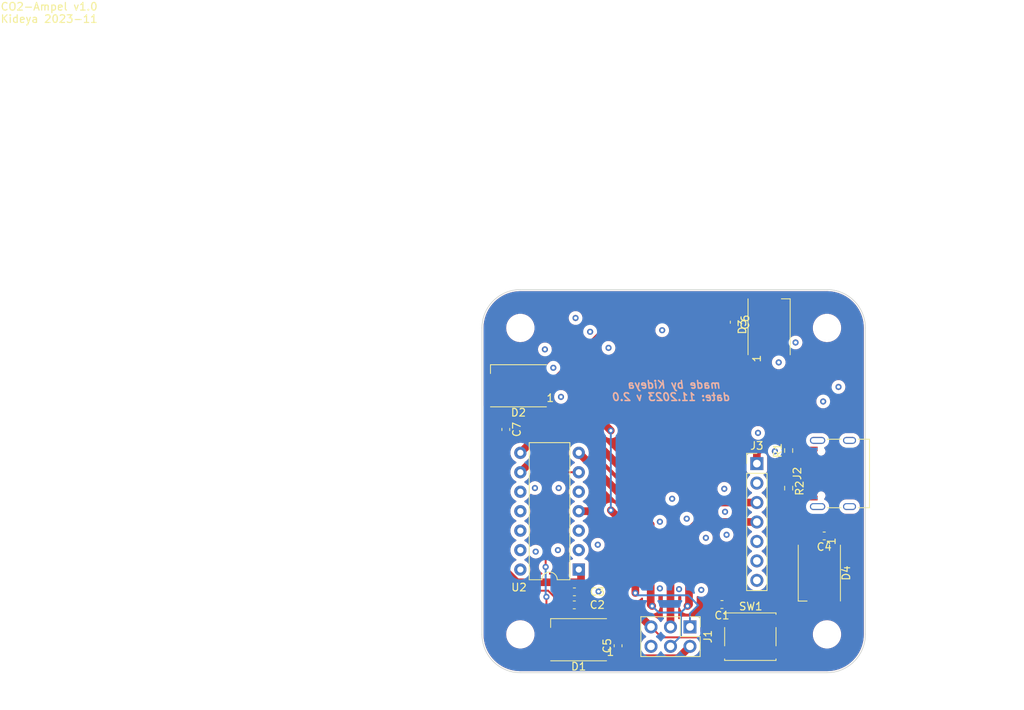
<source format=kicad_pcb>
(kicad_pcb (version 20221018) (generator pcbnew)
  (layers (0 "F.Cu" signal) (31 "B.Cu" signal) (34 "B.Paste" user) (35 "F.Paste" user) (36 "B.SilkS" user "B.Silkscreen") (37 "F.SilkS" user "F.Silkscreen") (38 "B.Mask" user) (39 "F.Mask" user) (44 "Edge.Cuts" user))
  (net 0 "")
  (net 1 "/RESET")
  (net 2 "GND")
  (net 3 "VCC")
  (net 4 "Net-(D1-DOUT)")
  (net 5 "/LED-Data")
  (net 6 "Net-(D2-DOUT)")
  (net 7 "Net-(D3-DOUT)")
  (net 9 "/MISO")
  (net 10 "/SCK")
  (net 11 "/MOSI")
  (net 12 "Net-(J2-CC1)")
  (net 16 "Net-(J2-CC2)")
  (footprint "Resistor_SMD:R_0603_1608Metric_Pad0.98x0.95mm_HandSolder" (layer "F.Cu") (at 209.88 106.6625 -90)
    (fp_text reference "R2" (at 0 -1.43 90) (layer "F.SilkS"))
    (fp_text value "5k1")
    (fp_line (start -0.254724 -0.5225) (end 0.254724 -0.5225) (stroke (width 0.12)) (layer "F.SilkS"))
    (fp_line (start -0.254724 0.5225) (end 0.254724 0.5225) (stroke (width 0.12)) (layer "F.SilkS"))
    (pad "1" smd roundrect (at -0.9125 0 270) (size 0.975 0.95) (layers "F.Cu" "F.Paste" "F.Mask") (net 12 "Net-(J2-CC1)"))
    (pad "2" smd roundrect (at 0.9125 0 270) (size 0.975 0.95) (layers "F.Cu" "F.Paste" "F.Mask") (net 2 "GND"))
  )
  (footprint "Capacitor_SMD:C_0603_1608Metric_Pad1.08x0.95mm_HandSolder" (layer "F.Cu") (at 201.18 121.85 180)
    (fp_text reference "C1" (at 0 -1.43) (layer "F.SilkS"))
    (fp_text value "100nF")
    (fp_line (start -0.146267 -0.51) (end 0.146267 -0.51) (stroke (width 0.12)) (layer "F.SilkS"))
    (fp_line (start -0.146267 0.51) (end 0.146267 0.51) (stroke (width 0.12)) (layer "F.SilkS"))
    (pad "1" smd roundrect (at -0.8625 0 180) (size 1.075 0.95) (layers "F.Cu" "F.Paste" "F.Mask") (net 1 "/RESET"))
    (pad "2" smd roundrect (at 0.8625 0 180) (size 1.075 0.95) (layers "F.Cu" "F.Paste" "F.Mask") (net 2 "GND"))
  )
  (footprint "MountingHole:MountingHole_3.2mm_M3_ISO14580" (layer "F.Cu") (at 174.88 125.75)
    (fp_text reference "H4" hide)
    (fp_text value "MountingHole")
    (pad "" np_thru_hole circle (at 0 0) (size 3.2 3.2) (drill 3.2) (layers "*.Cu" "*.Mask"))
  )
  (footprint "Capacitor_SMD:C_0603_1608Metric_Pad1.08x0.95mm_HandSolder" (layer "F.Cu") (at 181.9175 121.9 180)
    (fp_text reference "C2" (at -3 0) (layer "F.SilkS"))
    (fp_text value "100nF")
    (fp_line (start -0.146267 -0.51) (end 0.146267 -0.51) (stroke (width 0.12)) (layer "F.SilkS"))
    (fp_line (start -0.146267 0.51) (end 0.146267 0.51) (stroke (width 0.12)) (layer "F.SilkS"))
    (pad "1" smd roundrect (at -0.8625 0 180) (size 1.075 0.95) (layers "F.Cu" "F.Paste" "F.Mask") (net 3 "VCC"))
    (pad "2" smd roundrect (at 0.8625 0 180) (size 1.075 0.95) (layers "F.Cu" "F.Paste" "F.Mask") (net 2 "GND"))
  )
  (footprint "MountingHole:MountingHole_3.2mm_M3_ISO14580" (layer "F.Cu") (at 214.88 85.75)
    (fp_text reference "H2" hide)
    (fp_text value "MountingHole")
    (pad "" np_thru_hole circle (at 0 0) (size 3.2 3.2) (drill 3.2) (layers "*.Cu" "*.Mask"))
  )
  (footprint "LED_SMD:LED_WS2812B_PLCC4_5.0x5.0mm_P3.2mm" (layer "F.Cu") (at 174.63 93.3 180)
    (fp_text reference "D2" (at 0 -3.5) (layer "F.SilkS"))
    (fp_text value "WS2812B")
    (fp_text user "1" (at -4.15 -1.6) (layer "F.SilkS"))
    (fp_line (start -3.65 -2.75) (end 3.65 -2.75) (stroke (width 0.12)) (layer "F.SilkS"))
    (fp_line (start -3.65 2.75) (end 3.65 2.75) (stroke (width 0.12)) (layer "F.SilkS"))
    (fp_line (start 3.65 2.75) (end 3.65 1.6) (stroke (width 0.12)) (layer "F.SilkS"))
    (pad "1" smd rect (at -2.45 -1.65 180) (size 1.5 0.9) (layers "F.Cu" "F.Paste" "F.Mask") (net 3 "VCC"))
    (pad "2" smd rect (at -2.45 1.65 180) (size 1.5 0.9) (layers "F.Cu" "F.Paste" "F.Mask") (net 6 "Net-(D2-DOUT)"))
    (pad "3" smd rect (at 2.45 1.65 180) (size 1.5 0.9) (layers "F.Cu" "F.Paste" "F.Mask") (net 2 "GND"))
    (pad "4" smd rect (at 2.45 -1.65 180) (size 1.5 0.9) (layers "F.Cu" "F.Paste" "F.Mask") (net 4 "Net-(D1-DOUT)"))
  )
  (footprint "Capacitor_SMD:C_0603_1608Metric_Pad1.08x0.95mm_HandSolder" (layer "F.Cu") (at 181.93 120.2 180)
    (fp_text reference "C3" (at -3 0) (layer "F.SilkS"))
    (fp_text value "10uF")
    (fp_line (start -0.146267 -0.51) (end 0.146267 -0.51) (stroke (width 0.12)) (layer "F.SilkS"))
    (fp_line (start -0.146267 0.51) (end 0.146267 0.51) (stroke (width 0.12)) (layer "F.SilkS"))
    (pad "1" smd roundrect (at -0.8625 0 180) (size 1.075 0.95) (layers "F.Cu" "F.Paste" "F.Mask") (net 3 "VCC"))
    (pad "2" smd roundrect (at 0.8625 0 180) (size 1.075 0.95) (layers "F.Cu" "F.Paste" "F.Mask") (net 2 "GND"))
  )
  (footprint "Connector_PinHeader_2.54mm:PinHeader_2x03_P2.54mm_Vertical" (layer "F.Cu") (at 197.005 124.775 -90)
    (fp_text reference "J1" (at 1.27 -2.33 90) (layer "F.SilkS"))
    (fp_text value "ISP Adapter 6pin")
    (fp_line (start -1.33 -1.33) (end 0 -1.33) (stroke (width 0.12)) (layer "F.SilkS"))
    (fp_line (start -1.33 0) (end -1.33 -1.33) (stroke (width 0.12)) (layer "F.SilkS"))
    (fp_line (start -1.33 1.27) (end -1.33 6.41) (stroke (width 0.12)) (layer "F.SilkS"))
    (fp_line (start -1.33 1.27) (end 1.27 1.27) (stroke (width 0.12)) (layer "F.SilkS"))
    (fp_line (start -1.33 6.41) (end 3.87 6.41) (stroke (width 0.12)) (layer "F.SilkS"))
    (fp_line (start 1.27 -1.33) (end 3.87 -1.33) (stroke (width 0.12)) (layer "F.SilkS"))
    (fp_line (start 1.27 1.27) (end 1.27 -1.33) (stroke (width 0.12)) (layer "F.SilkS"))
    (fp_line (start 3.87 -1.33) (end 3.87 6.41) (stroke (width 0.12)) (layer "F.SilkS"))
    (pad "1" thru_hole rect (at 0 0 270) (size 1.7 1.7) (drill 1) (layers "*.Cu" "*.Mask") (net 9 "/MISO"))
    (pad "2" thru_hole oval (at 2.54 0 270) (size 1.7 1.7) (drill 1) (layers "*.Cu" "*.Mask") (net 3 "VCC"))
    (pad "3" thru_hole oval (at 0 2.54 270) (size 1.7 1.7) (drill 1) (layers "*.Cu" "*.Mask") (net 10 "/SCK"))
    (pad "4" thru_hole oval (at 2.54 2.54 270) (size 1.7 1.7) (drill 1) (layers "*.Cu" "*.Mask") (net 11 "/MOSI"))
    (pad "5" thru_hole oval (at 0 5.08 270) (size 1.7 1.7) (drill 1) (layers "*.Cu" "*.Mask") (net 1 "/RESET"))
    (pad "6" thru_hole oval (at 2.54 5.08 270) (size 1.7 1.7) (drill 1) (layers "*.Cu" "*.Mask") (net 2 "GND"))
  )
  (footprint "Connector_PinHeader_2.54mm:PinHeader_1x07_P2.54mm_Vertical" (layer "F.Cu") (at 205.73 103.46)
    (fp_text reference "J3" (at 0 -2.33) (layer "F.SilkS"))
    (fp_text value "Pin Header 7pin")
    (fp_line (start -1.33 -1.33) (end 0 -1.33) (stroke (width 0.12)) (layer "F.SilkS"))
    (fp_line (start -1.33 0) (end -1.33 -1.33) (stroke (width 0.12)) (layer "F.SilkS"))
    (fp_line (start -1.33 1.27) (end -1.33 16.57) (stroke (width 0.12)) (layer "F.SilkS"))
    (fp_line (start -1.33 1.27) (end 1.33 1.27) (stroke (width 0.12)) (layer "F.SilkS"))
    (fp_line (start -1.33 16.57) (end 1.33 16.57) (stroke (width 0.12)) (layer "F.SilkS"))
    (fp_line (start 1.33 1.27) (end 1.33 16.57) (stroke (width 0.12)) (layer "F.SilkS"))
    (pad "1" thru_hole rect (at 0 0) (size 1.7 1.7) (drill 1) (layers "*.Cu" "*.Mask") (net 3 "VCC"))
    (pad "2" thru_hole oval (at 0 2.54) (size 1.7 1.7) (drill 1) (layers "*.Cu" "*.Mask") (net 2 "GND"))
    (pad "3" thru_hole oval (at 0 5.08) (size 1.7 1.7) (drill 1) (layers "*.Cu" "*.Mask") (net 10 "/SCK"))
    (pad "4" thru_hole oval (at 0 7.62) (size 1.7 1.7) (drill 1) (layers "*.Cu" "*.Mask") (net 11 "/MOSI"))
    (pad "5" thru_hole oval (at 0 10.16) (size 1.7 1.7) (drill 1) (layers "*.Cu" "*.Mask"))
    (pad "6" thru_hole oval (at 0 12.7) (size 1.7 1.7) (drill 1) (layers "*.Cu" "*.Mask"))
    (pad "7" thru_hole oval (at 0 15.24) (size 1.7 1.7) (drill 1) (layers "*.Cu" "*.Mask"))
  )
  (footprint "Capacitor_SMD:C_0603_1608Metric_Pad1.08x0.95mm_HandSolder" (layer "F.Cu") (at 202.78 85 -90)
    (fp_text reference "C6" (at 0 -1.43 90) (layer "F.SilkS"))
    (fp_text value "100nF")
    (fp_line (start -0.146267 -0.51) (end 0.146267 -0.51) (stroke (width 0.12)) (layer "F.SilkS"))
    (fp_line (start -0.146267 0.51) (end 0.146267 0.51) (stroke (width 0.12)) (layer "F.SilkS"))
    (pad "1" smd roundrect (at -0.8625 0 270) (size 1.075 0.95) (layers "F.Cu" "F.Paste" "F.Mask") (net 3 "VCC"))
    (pad "2" smd roundrect (at 0.8625 0 270) (size 1.075 0.95) (layers "F.Cu" "F.Paste" "F.Mask") (net 2 "GND"))
  )
  (footprint "Package_DIP:DIP-14_W7.62mm" (layer "F.Cu") (at 182.5 117.29 180)
    (fp_text reference "U2" (at 7.8 -2.33) (layer "F.SilkS"))
    (fp_text value "ATtiny84A-P")
    (fp_line (start 1.16 -1.33) (end 1.16 16.57) (stroke (width 0.12)) (layer "F.SilkS"))
    (fp_line (start 1.16 16.57) (end 6.46 16.57) (stroke (width 0.12)) (layer "F.SilkS"))
    (fp_line (start 2.81 -1.33) (end 1.16 -1.33) (stroke (width 0.12)) (layer "F.SilkS"))
    (fp_line (start 6.46 -1.33) (end 4.81 -1.33) (stroke (width 0.12)) (layer "F.SilkS"))
    (fp_line (start 6.46 16.57) (end 6.46 -1.33) (stroke (width 0.12)) (layer "F.SilkS"))
    (fp_arc (start 4.81 -1.33) (mid 3.81 -0.33) (end 2.81 -1.33) (stroke (width 0.12)) (layer "F.SilkS"))
    (pad "1" thru_hole rect (at 0 0 180) (size 1.6 1.6) (drill 0.8) (layers "*.Cu" "*.Mask") (net 3 "VCC"))
    (pad "2" thru_hole oval (at 0 2.54 180) (size 1.6 1.6) (drill 0.8) (layers "*.Cu" "*.Mask"))
    (pad "3" thru_hole oval (at 0 5.08 180) (size 1.6 1.6) (drill 0.8) (layers "*.Cu" "*.Mask"))
    (pad "4" thru_hole oval (at 0 7.62 180) (size 1.6 1.6) (drill 0.8) (layers "*.Cu" "*.Mask") (net 1 "/RESET"))
    (pad "5" thru_hole oval (at 0 10.16 180) (size 1.6 1.6) (drill 0.8) (layers "*.Cu" "*.Mask"))
    (pad "6" thru_hole oval (at 0 12.7 180) (size 1.6 1.6) (drill 0.8) (layers "*.Cu" "*.Mask") (net 5 "/LED-Data"))
    (pad "7" thru_hole oval (at 0 15.24 180) (size 1.6 1.6) (drill 0.8) (layers "*.Cu" "*.Mask") (net 11 "/MOSI"))
    (pad "8" thru_hole oval (at 7.62 15.24 180) (size 1.6 1.6) (drill 0.8) (layers "*.Cu" "*.Mask") (net 9 "/MISO"))
    (pad "9" thru_hole oval (at 7.62 12.7 180) (size 1.6 1.6) (drill 0.8) (layers "*.Cu" "*.Mask") (net 10 "/SCK"))
    (pad "10" thru_hole oval (at 7.62 10.16 180) (size 1.6 1.6) (drill 0.8) (layers "*.Cu" "*.Mask"))
    (pad "11" thru_hole oval (at 7.62 7.62 180) (size 1.6 1.6) (drill 0.8) (layers "*.Cu" "*.Mask"))
    (pad "12" thru_hole oval (at 7.62 5.08 180) (size 1.6 1.6) (drill 0.8) (layers "*.Cu" "*.Mask"))
    (pad "13" thru_hole oval (at 7.62 2.54 180) (size 1.6 1.6) (drill 0.8) (layers "*.Cu" "*.Mask"))
    (pad "14" thru_hole oval (at 7.62 0 180) (size 1.6 1.6) (drill 0.8) (layers "*.Cu" "*.Mask") (net 2 "GND"))
  )
  (footprint "Capacitor_SMD:C_0603_1608Metric_Pad1.08x0.95mm_HandSolder" (layer "F.Cu") (at 214.5175 112.9 180)
    (fp_text reference "C4" (at 0 -1.43) (layer "F.SilkS"))
    (fp_text value "100nF")
    (fp_line (start -0.146267 -0.51) (end 0.146267 -0.51) (stroke (width 0.12)) (layer "F.SilkS"))
    (fp_line (start -0.146267 0.51) (end 0.146267 0.51) (stroke (width 0.12)) (layer "F.SilkS"))
    (pad "1" smd roundrect (at -0.8625 0 180) (size 1.075 0.95) (layers "F.Cu" "F.Paste" "F.Mask") (net 3 "VCC"))
    (pad "2" smd roundrect (at 0.8625 0 180) (size 1.075 0.95) (layers "F.Cu" "F.Paste" "F.Mask") (net 2 "GND"))
  )
  (footprint "Resistor_SMD:R_0603_1608Metric_Pad0.98x0.95mm_HandSolder" (layer "F.Cu") (at 209.88 101.75 90)
    (fp_text reference "R1" (at 0 -1.43 90) (layer "F.SilkS"))
    (fp_text value "5k1")
    (fp_line (start -0.254724 -0.5225) (end 0.254724 -0.5225) (stroke (width 0.12)) (layer "F.SilkS"))
    (fp_line (start -0.254724 0.5225) (end 0.254724 0.5225) (stroke (width 0.12)) (layer "F.SilkS"))
    (pad "1" smd roundrect (at -0.9125 0 90) (size 0.975 0.95) (layers "F.Cu" "F.Paste" "F.Mask") (net 16 "Net-(J2-CC2)"))
    (pad "2" smd roundrect (at 0.9125 0 90) (size 0.975 0.95) (layers "F.Cu" "F.Paste" "F.Mask") (net 2 "GND"))
  )
  (footprint "Capacitor_SMD:C_0603_1608Metric_Pad1.08x0.95mm_HandSolder" (layer "F.Cu") (at 187.63 127.2375 90)
    (fp_text reference "C5" (at 0 -1.43 90) (layer "F.SilkS"))
    (fp_text value "100nF")
    (fp_line (start -0.146267 -0.51) (end 0.146267 -0.51) (stroke (width 0.12)) (layer "F.SilkS"))
    (fp_line (start -0.146267 0.51) (end 0.146267 0.51) (stroke (width 0.12)) (layer "F.SilkS"))
    (pad "1" smd roundrect (at -0.8625 0 90) (size 1.075 0.95) (layers "F.Cu" "F.Paste" "F.Mask") (net 3 "VCC"))
    (pad "2" smd roundrect (at 0.8625 0 90) (size 1.075 0.95) (layers "F.Cu" "F.Paste" "F.Mask") (net 2 "GND"))
  )
  (footprint "Connector_USB:USB_C_Receptacle_Palconn_UTC16-G" (layer "F.Cu") (at 215.58 104.75 90)
    (fp_text reference "J2" (at 0 -4.58 90) (layer "F.SilkS"))
    (fp_text value "USB_C_Receptacle_USB2.0")
    (fp_line (start -4.47 -0.67) (end -4.47 1.13) (stroke (width 0.12)) (layer "F.SilkS"))
    (fp_line (start -4.47 4.84) (end -4.47 3.38) (stroke (width 0.12)) (layer "F.SilkS"))
    (fp_line (start 4.47 -0.67) (end 4.47 1.13) (stroke (width 0.12)) (layer "F.SilkS"))
    (fp_line (start 4.47 4.84) (end -4.47 4.84) (stroke (width 0.12)) (layer "F.SilkS"))
    (fp_line (start 4.47 4.84) (end 4.47 3.38) (stroke (width 0.12)) (layer "F.SilkS"))
    (pad "" np_thru_hole circle (at -2.89 -1.45 270) (size 0.6 0.6) (drill 0.6) (layers "*.Cu" "*.Mask"))
    (pad "" np_thru_hole circle (at 2.89 -1.45 270) (size 0.6 0.6) (drill 0.6) (layers "*.Cu" "*.Mask"))
    (pad "A1" smd rect (at -3.2 -2.51 90) (size 0.6 1.16) (layers "F.Cu" "F.Paste" "F.Mask") (net 2 "GND"))
    (pad "A4" smd rect (at -2.4 -2.51 90) (size 0.6 1.16) (layers "F.Cu" "F.Paste" "F.Mask") (net 3 "VCC"))
    (pad "A5" smd rect (at -1.25 -2.51 270) (size 0.3 1.16) (layers "F.Cu" "F.Paste" "F.Mask") (net 12 "Net-(J2-CC1)"))
    (pad "A6" smd rect (at -0.25 -2.51 270) (size 0.3 1.16) (layers "F.Cu" "F.Paste" "F.Mask"))
    (pad "A7" smd rect (at 0.25 -2.51 270) (size 0.3 1.16) (layers "F.Cu" "F.Paste" "F.Mask"))
    (pad "A8" smd rect (at 1.25 -2.51 270) (size 0.3 1.16) (layers "F.Cu" "F.Paste" "F.Mask"))
    (pad "A9" smd rect (at 2.4 -2.51 90) (size 0.6 1.16) (layers "F.Cu" "F.Paste" "F.Mask") (net 3 "VCC"))
    (pad "A12" smd rect (at 3.2 -2.51 90) (size 0.6 1.16) (layers "F.Cu" "F.Paste" "F.Mask") (net 2 "GND"))
    (pad "B1" smd rect (at 3.2 -2.51 90) (size 0.6 1.16) (layers "F.Cu" "F.Paste" "F.Mask") (net 2 "GND"))
    (pad "B4" smd rect (at 2.4 -2.51 90) (size 0.6 1.16) (layers "F.Cu" "F.Paste" "F.Mask") (net 3 "VCC"))
    (pad "B5" smd rect (at 1.75 -2.51 270) (size 0.3 1.16) (layers "F.Cu" "F.Paste" "F.Mask") (net 16 "Net-(J2-CC2)"))
    (pad "B6" smd rect (at 0.75 -2.51 270) (size 0.3 1.16) (layers "F.Cu" "F.Paste" "F.Mask"))
    (pad "B7" smd rect (at -0.75 -2.51 270) (size 0.3 1.16) (layers "F.Cu" "F.Paste" "F.Mask"))
    (pad "B8" smd rect (at -1.75 -2.51 270) (size 0.3 1.16) (layers "F.Cu" "F.Paste" "F.Mask"))
    (pad "B9" smd rect (at -2.4 -2.51 90) (size 0.6 1.16) (layers "F.Cu" "F.Paste" "F.Mask") (net 3 "VCC"))
    (pad "B12" smd rect (at -3.2 -2.51 90) (size 0.6 1.16) (layers "F.Cu" "F.Paste" "F.Mask") (net 2 "GND"))
    (pad "S1" thru_hole oval (at -4.32 -1.93 180) (size 2 0.9) (drill oval 1.7 0.6) (layers "*.Cu" "*.Mask") (net 2 "GND"))
    (pad "S1" thru_hole oval (at -4.32 2.24 180) (size 1.7 0.9) (drill oval 1.4 0.6) (layers "*.Cu" "*.Mask") (net 2 "GND"))
    (pad "S1" thru_hole oval (at 4.32 -1.93 180) (size 2 0.9) (drill oval 1.7 0.6) (layers "*.Cu" "*.Mask") (net 2 "GND"))
    (pad "S1" thru_hole oval (at 4.32 2.24 180) (size 1.7 0.9) (drill oval 1.4 0.6) (layers "*.Cu" "*.Mask") (net 2 "GND"))
  )
  (footprint "Capacitor_SMD:C_0603_1608Metric_Pad1.08x0.95mm_HandSolder" (layer "F.Cu") (at 172.98 99 -90)
    (fp_text reference "C7" (at 0 -1.43 90) (layer "F.SilkS"))
    (fp_text value "100nF")
    (fp_line (start -0.146267 -0.51) (end 0.146267 -0.51) (stroke (width 0.12)) (layer "F.SilkS"))
    (fp_line (start -0.146267 0.51) (end 0.146267 0.51) (stroke (width 0.12)) (layer "F.SilkS"))
    (pad "1" smd roundrect (at -0.8625 0 270) (size 1.075 0.95) (layers "F.Cu" "F.Paste" "F.Mask") (net 3 "VCC"))
    (pad "2" smd roundrect (at 0.8625 0 270) (size 1.075 0.95) (layers "F.Cu" "F.Paste" "F.Mask") (net 2 "GND"))
  )
  (footprint "LED_SMD:LED_WS2812B_PLCC4_5.0x5.0mm_P3.2mm" (layer "F.Cu") (at 207.33 85.6 90)
    (fp_text reference "D3" (at 0 -3.5 90) (layer "F.SilkS"))
    (fp_text value "WS2812B")
    (fp_text user "1" (at -4.15 -1.6 90) (layer "F.SilkS"))
    (fp_line (start -3.65 -2.75) (end 3.65 -2.75) (stroke (width 0.12)) (layer "F.SilkS"))
    (fp_line (start -3.65 2.75) (end 3.65 2.75) (stroke (width 0.12)) (layer "F.SilkS"))
    (fp_line (start 3.65 2.75) (end 3.65 1.6) (stroke (width 0.12)) (layer "F.SilkS"))
    (pad "1" smd rect (at -2.45 -1.65 90) (size 1.5 0.9) (layers "F.Cu" "F.Paste" "F.Mask") (net 3 "VCC"))
    (pad "2" smd rect (at -2.45 1.65 90) (size 1.5 0.9) (layers "F.Cu" "F.Paste" "F.Mask") (net 7 "Net-(D3-DOUT)"))
    (pad "3" smd rect (at 2.45 1.65 90) (size 1.5 0.9) (layers "F.Cu" "F.Paste" "F.Mask") (net 2 "GND"))
    (pad "4" smd rect (at 2.45 -1.65 90) (size 1.5 0.9) (layers "F.Cu" "F.Paste" "F.Mask") (net 6 "Net-(D2-DOUT)"))
  )
  (footprint "Button_Switch_SMD:SW_SPST_EVQQ2" (layer "F.Cu") (at 204.88 126.05)
    (fp_text reference "SW1" (at 0.05 -3.95) (layer "F.SilkS"))
    (fp_text value "SW_Push")
    (fp_line (start -3.35 -3.1) (end -3.35 -2.9) (stroke (width 0.12)) (layer "F.SilkS"))
    (fp_line (start -3.35 -1.2) (end -3.35 1.2) (stroke (width 0.12)) (layer "F.SilkS"))
    (fp_line (start -3.35 3.1) (end -3.35 2.9) (stroke (width 0.12)) (layer "F.SilkS"))
    (fp_line (start -3.35 3.1) (end 3.35 3.1) (stroke (width 0.12)) (layer "F.SilkS"))
    (fp_line (start 3.35 -3.1) (end -3.35 -3.1) (stroke (width 0.12)) (layer "F.SilkS"))
    (fp_line (start 3.35 -3.1) (end 3.35 -2.9) (stroke (width 0.12)) (layer "F.SilkS"))
    (fp_line (start 3.35 -1.2) (end 3.35 1.2) (stroke (width 0.12)) (layer "F.SilkS"))
    (fp_line (start 3.35 3.1) (end 3.35 2.9) (stroke (width 0.12)) (layer "F.SilkS"))
    (pad "1" smd rect (at -3.4 -2) (size 3.2 1) (layers "F.Cu" "F.Paste" "F.Mask") (net 1 "/RESET"))
    (pad "1" smd rect (at 3.4 -2) (size 3.2 1) (layers "F.Cu" "F.Paste" "F.Mask") (net 1 "/RESET"))
    (pad "2" smd rect (at -3.4 2) (size 3.2 1) (layers "F.Cu" "F.Paste" "F.Mask") (net 2 "GND"))
    (pad "2" smd rect (at 3.4 2) (size 3.2 1) (layers "F.Cu" "F.Paste" "F.Mask") (net 2 "GND"))
  )
  (footprint "MountingHole:MountingHole_3.2mm_M3_ISO14580" (layer "F.Cu") (at 174.88 85.75)
    (fp_text reference "H3" hide)
    (fp_text value "MountingHole")
    (pad "" np_thru_hole circle (at 0 0) (size 3.2 3.2) (drill 3.2) (layers "F&B.Cu" "*.Mask"))
  )
  (footprint "LED_SMD:LED_WS2812B_PLCC4_5.0x5.0mm_P3.2mm" (layer "F.Cu") (at 182.48 126.45 180)
    (fp_text reference "D1" (at 0 -3.5) (layer "F.SilkS"))
    (fp_text value "WS2812B")
    (fp_text user "1" (at -4.15 -1.6) (layer "F.SilkS"))
    (fp_line (start -3.65 -2.75) (end 3.65 -2.75) (stroke (width 0.12)) (layer "F.SilkS"))
    (fp_line (start -3.65 2.75) (end 3.65 2.75) (stroke (width 0.12)) (layer "F.SilkS"))
    (fp_line (start 3.65 2.75) (end 3.65 1.6) (stroke (width 0.12)) (layer "F.SilkS"))
    (pad "1" smd rect (at -2.45 -1.65 180) (size 1.5 0.9) (layers "F.Cu" "F.Paste" "F.Mask") (net 3 "VCC"))
    (pad "2" smd rect (at -2.45 1.65 180) (size 1.5 0.9) (layers "F.Cu" "F.Paste" "F.Mask") (net 4 "Net-(D1-DOUT)"))
    (pad "3" smd rect (at 2.45 1.65 180) (size 1.5 0.9) (layers "F.Cu" "F.Paste" "F.Mask") (net 2 "GND"))
    (pad "4" smd rect (at 2.45 -1.65 180) (size 1.5 0.9) (layers "F.Cu" "F.Paste" "F.Mask") (net 5 "/LED-Data"))
  )
  (footprint "MountingHole:MountingHole_3.2mm_M3_ISO14580" (layer "F.Cu") (at 214.88 125.75)
    (fp_text reference "H1" hide)
    (fp_text value "MountingHole" hide)
    (pad "" np_thru_hole circle (at 0 0) (size 3.2 3.2) (drill 3.2) (layers "*.Cu" "*.Mask"))
  )
  (footprint "LED_SMD:LED_WS2812B_PLCC4_5.0x5.0mm_P3.2mm" (layer "F.Cu") (at 213.88 117.75 -90)
    (fp_text reference "D4" (at 0 -3.5 90) (layer "F.SilkS"))
    (fp_text value "WS2812B")
    (fp_text user "1" (at -4.15 -1.6 90) (layer "F.SilkS"))
    (fp_line (start -3.65 -2.75) (end 3.65 -2.75) (stroke (width 0.12)) (layer "F.SilkS"))
    (fp_line (start -3.65 2.75) (end 3.65 2.75) (stroke (width 0.12)) (layer "F.SilkS"))
    (fp_line (start 3.65 2.75) (end 3.65 1.6) (stroke (width 0.12)) (layer "F.SilkS"))
    (pad "1" smd rect (at -2.45 -1.65 270) (size 1.5 0.9) (layers "F.Cu" "F.Paste" "F.Mask") (net 3 "VCC"))
    (pad "2" smd rect (at -2.45 1.65 270) (size 1.5 0.9) (layers "F.Cu" "F.Paste" "F.Mask"))
    (pad "3" smd rect (at 2.45 1.65 270) (size 1.5 0.9) (layers "F.Cu" "F.Paste" "F.Mask") (net 2 "GND"))
    (pad "4" smd rect (at 2.45 -1.65 270) (size 1.5 0.9) (layers "F.Cu" "F.Paste" "F.Mask") (net 7 "Net-(D3-DOUT)"))
  )
  (gr_arc (start 219.88 125.75) (mid 218.415534 129.285534) (end 214.88 130.75) (stroke (width 0.1)) (layer "Edge.Cuts"))
  (gr_line (start 219.88 125.75) (end 219.88 85.75) (stroke (width 0.1)) (layer "Edge.Cuts"))
  (gr_arc (start 214.88 80.75) (mid 218.415534 82.214466) (end 219.88 85.75) (stroke (width 0.1)) (layer "Edge.Cuts"))
  (gr_arc (start 174.88 130.75) (mid 171.344466 129.285534) (end 169.88 125.75) (stroke (width 0.1)) (layer "Edge.Cuts"))
  (gr_line (start 169.88 85.75) (end 169.88 125.75) (stroke (width 0.1)) (layer "Edge.Cuts"))
  (gr_arc (start 169.88 85.75) (mid 171.344466 82.214466) (end 174.88 80.75) (stroke (width 0.1)) (layer "Edge.Cuts"))
  (gr_line (start 174.88 130.75) (end 214.88 130.75) (stroke (width 0.1)) (layer "Edge.Cuts"))
  (gr_line (start 214.88 80.75) (end 174.88 80.75) (stroke (width 0.1)) (layer "Edge.Cuts"))
  (gr_text "made by Kideya \ndate: 11.2023 v 2.0\n" (at 194.58 95.35) (layer "B.SilkS") (effects (font (size 1 1) (thickness 0.2) bold italic) (justify bottom mirror)))
  (gr_text "CO2-Ampel v1.0\nKideya 2023-11" (at 107 46) (layer "F.SilkS") (effects (font (size 1 1)) (justify left bottom)))
  (via (at 195.58 119.85) (size 0.8) (drill 0.4) (layers "F.Cu" "B.Cu") (net 0))
  (via (at 193.08 111.05) (size 0.8) (drill 0.4) (layers "F.Cu" "B.Cu") (net 0))
  (via (at 183.98 86.25) (size 0.8) (drill 0.4) (layers "F.Cu" "B.Cu") (net 0))
  (via (at 179.78 114.75) (size 0.8) (drill 0.4) (layers "F.Cu" "B.Cu") (net 0))
  (via (at 179.88 106.65) (size 0.8) (drill 0.4) (layers "F.Cu" "B.Cu") (net 0))
  (via (at 176.78 106.65) (size 0.8) (drill 0.4) (layers "F.Cu" "B.Cu") (net 0))
  (via (at 193.08 119.75) (size 0.8) (drill 0.4) (layers "F.Cu" "B.Cu") (net 0))
  (via (at 176.88 114.95) (size 0.8) (drill 0.4) (layers "F.Cu" "B.Cu") (net 0))
  (via (at 196.58 110.65) (size 0.8) (drill 0.4) (layers "F.Cu" "B.Cu") (net 0))
  (via (at 184.98 114.05) (size 0.8) (drill 0.4) (layers "F.Cu" "B.Cu") (net 0))
  (via (at 179.18 90.95) (size 0.8) (drill 0.4) (layers "F.Cu" "B.Cu") (net 0))
  (via (at 185.08 120.15) (size 0.8) (drill 0.4) (layers "F.Cu" "B.Cu") (net 0))
  (via (at 201.58 109.75) (size 0.8) (drill 0.4) (layers "F.Cu" "B.Cu") (net 0))
  (segment (start 187.68 120.55) (end 191.905 124.775) (width 1) (layer "F.Cu") (net 1))
  (segment (start 199.39 126.14) (end 201.48 124.05) (width 0.25) (layer "F.Cu") (net 1))
  (segment (start 187.68 113.55) (end 187.68 120.55) (width 1) (layer "F.Cu") (net 1))
  (segment (start 202.08 121.8875) (end 202.0425 121.85) (width 0.25) (layer "F.Cu") (net 1))
  (segment (start 182.5 109.67) (end 183.8 109.67) (width 1) (layer "F.Cu") (net 1))
  (segment (start 193.29 126.14) (end 199.39 126.14) (width 0.25) (layer "F.Cu") (net 1))
  (segment (start 191.905 124.775) (end 191.925 124.775) (width 1) (layer "F.Cu") (net 1))
  (segment (start 183.8 109.67) (end 187.68 113.55) (width 1) (layer "F.Cu") (net 1))
  (segment (start 202.08 123.45) (end 202.08 121.8875) (width 0.25) (layer "F.Cu") (net 1))
  (segment (start 201.48 124.05) (end 202.08 123.45) (width 0.25) (layer "F.Cu") (net 1))
  (segment (start 201.48 124.05) (end 208.28 124.05) (width 0.25) (layer "F.Cu") (net 1))
  (segment (start 191.925 124.775) (end 193.29 126.14) (width 0.25) (layer "F.Cu") (net 1))
  (segment (start 211.38 110.15) (end 211.38 107.95) (width 1) (layer "F.Cu") (net 3))
  (segment (start 171.805 98.725) (end 172.3925 98.1375) (width 1) (layer "F.Cu") (net 3))
  (segment (start 211.38 101.49) (end 212.24 102.35) (width 0.25) (layer "F.Cu") (net 3))
  (segment (start 212.28 111.05) (end 211.38 110.15) (width 1) (layer "F.Cu") (net 3))
  (segment (start 197.005 127.315) (end 195.455 128.865) (width 1) (layer "F.Cu") (net 3))
  (segment (start 189.48 128.865) (end 188.395 128.865) (width 1) (layer "F.Cu") (net 3))
  (segment (start 202.78 84.1375) (end 202.924906 84.1375) (width 1) (layer "F.Cu") (net 3))
  (segment (start 187.63 128.1) (end 184.93 128.1) (width 1) (layer "F.Cu") (net 3))
  (segment (start 211.38 99.85) (end 210.78 99.25) (width 1) (layer "F.Cu") (net 3))
  (segment (start 211.73 107.15) (end 211.38 107.5) (width 0.25) (layer "F.Cu") (net 3))
  (segment (start 212.24 102.35) (end 213.07 102.35) (width 0.25) (layer "F.Cu") (net 3))
  (segment (start 195.455 128.865) (end 189.48 128.865) (width 1) (layer "F.Cu") (net 3))
  (segment (start 189.48 128.865) (end 189.48 126.355094) (width 1) (layer "F.Cu") (net 3))
  (segment (start 182.7925 118.95) (end 174.418679 118.95) (width 1) (layer "F.Cu") (net 3))
  (segment (start 210.78 99.25) (end 208.48 99.25) (width 1) (layer "F.Cu") (net 3))
  (segment (start 182.78 120.2125) (end 182.7925 120.2) (width 1) (layer "F.Cu") (net 3))
  (segment (start 215.58 115.25) (end 215.58 112.05) (width 1) (layer "F.Cu") (net 3))
  (segment (start 187.8925 84.1375) (end 202.78 84.1375) (width 1) (layer "F.Cu") (net 3))
  (segment (start 208.48 99.25) (end 205.73 102) (width 1) (layer "F.Cu") (net 3))
  (segment (start 188.395 128.865) (end 187.63 128.1) (width 1) (layer "F.Cu") (net 3))
  (segment (start 189.48 126.355094) (end 185.024906 121.9) (width 1) (layer "F.Cu") (net 3))
  (segment (start 211.38 100.517594) (end 211.38 99.85) (width 1) (layer "F.Cu") (net 3))
  (segment (start 202.924906 84.1375) (end 205.68 86.892594) (width 1) (layer "F.Cu") (net 3))
  (segment (start 214.58 111.05) (end 212.28 111.05) (width 1) (layer "F.Cu") (net 3))
  (segment (start 172.3925 98.1375) (end 172.98 98.1375) (width 1) (layer "F.Cu") (net 3))
  (segment (start 205.68 86.892594) (end 205.68 88.05) (width 1) (layer "F.Cu") (net 3))
  (segment (start 213.07 107.15) (end 211.73 107.15) (width 0.25) (layer "F.Cu") (net 3))
  (segment (start 172.98 98.1375) (end 173.8925 98.1375) (width 1) (layer "F.Cu") (net 3))
  (segment (start 205.73 102) (end 205.73 103.46) (width 1) (layer "F.Cu") (net 3))
  (segment (start 182.7925 120.2) (end 182.7925 118.95) (width 1) (layer "F.Cu") (net 3))
  (segment (start 174.418679 118.95) (end 171.805 116.336321) (width 1) (layer "F.Cu") (net 3))
  (segment (start 182.7925 117.5825) (end 182.5 117.29) (width 1) (layer "F.Cu") (net 3))
  (segment (start 182.78 121.9) (end 182.78 120.2125) (width 1) (layer "F.Cu") (net 3))
  (segment (start 211.38 100.517594) (end 211.38 101.49) (width 0.25) (layer "F.Cu") (net 3))
  (segment (start 173.8925 98.1375) (end 187.8925 84.1375) (width 1) (layer "F.Cu") (net 3))
  (segment (start 215.58 112.05) (end 214.58 111.05) (width 1) (layer "F.Cu") (net 3))
  (segment (start 182.7925 118.95) (end 182.7925 117.5825) (width 1) (layer "F.Cu") (net 3))
  (segment (start 171.805 116.336321) (end 171.805 98.725) (width 1) (layer "F.Cu") (net 3))
  (segment (start 185.024906 121.9) (end 182.78 121.9) (width 1) (layer "F.Cu") (net 3))
  (segment (start 179.279503 120.824198) (end 178.504805 120.0495) (width 0.25) (layer "F.Cu") (net 4))
  (segment (start 170.7055 116.9755) (end 170.7055 96.4245) (width 0.25) (layer "F.Cu") (net 4))
  (segment (start 184.93 124.8) (end 182.03 124.8) (width 0.25) (layer "F.Cu") (net 4))
  (segment (start 179.279503 122.049503) (end 179.279503 120.824198) (width 0.25) (layer "F.Cu") (net 4))
  (segment (start 182.03 124.8) (end 179.279503 122.049503) (width 0.25) (layer "F.Cu") (net 4))
  (segment (start 170.7055 96.4245) (end 172.18 94.95) (width 0.25) (layer "F.Cu") (net 4))
  (segment (start 178.504805 120.0495) (end 173.7795 120.0495) (width 0.25) (layer "F.Cu") (net 4))
  (segment (start 173.7795 120.0495) (end 170.7055 116.9755) (width 0.25) (layer "F.Cu") (net 4))
  (segment (start 179.84 104.59) (end 182.5 104.59) (width 0.25) (layer "F.Cu") (net 5))
  (segment (start 178.18 106.25) (end 179.84 104.59) (width 0.25) (layer "F.Cu") (net 5))
  (segment (start 178.28 120.85) (end 178.28 126.35) (width 0.25) (layer "F.Cu") (net 5))
  (segment (start 178.18 116.95) (end 178.18 106.25) (width 0.25) (layer "F.Cu") (net 5))
  (segment (start 178.28 126.35) (end 180.03 128.1) (width 0.25) (layer "F.Cu") (net 5))
  (via (at 178.28 120.85) (size 0.8) (drill 0.4) (layers "F.Cu" "B.Cu") (net 5))
  (via (at 178.18 116.95) (size 0.8) (drill 0.4) (layers "F.Cu" "B.Cu") (net 5))
  (segment (start 178.18 116.95) (end 178.18 120.75) (width 0.25) (layer "B.Cu") (net 5))
  (segment (start 178.18 120.75) (end 178.28 120.85) (width 0.25) (layer "B.Cu") (net 5))
  (segment (start 185.98 82.75) (end 205.28 82.75) (width 0.25) (layer "F.Cu") (net 6))
  (segment (start 177.08 91.65) (end 185.98 82.75) (width 0.25) (layer "F.Cu") (net 6))
  (segment (start 205.28 82.75) (end 205.68 83.15) (width 0.25) (layer "F.Cu") (net 6))
  (segment (start 215.78 94.85) (end 215.78 110.15) (width 0.25) (layer "F.Cu") (net 7))
  (segment (start 208.98 88.05) (end 215.78 94.85) (width 0.25) (layer "F.Cu") (net 7))
  (segment (start 216.78 111.15) (end 216.78 118.95) (width 0.25) (layer "F.Cu") (net 7))
  (segment (start 215.78 110.15) (end 216.78 111.15) (width 0.25) (layer "F.Cu") (net 7))
  (segment (start 216.78 118.95) (end 215.53 120.2) (width 0.25) (layer "F.Cu") (net 7))
  (segment (start 189.88 112.75) (end 186.68 109.55) (width 1) (layer "F.Cu") (net 9))
  (segment (start 186.68 99.15) (end 185.68 98.15) (width 1) (layer "F.Cu") (net 9))
  (segment (start 189.88 120.35) (end 189.88 112.75) (width 1) (layer "F.Cu") (net 9))
  (segment (start 185.68 98.15) (end 178.78 98.15) (width 1) (layer "F.Cu") (net 9))
  (segment (start 178.78 98.15) (end 174.88 102.05) (width 1) (layer "F.Cu") (net 9))
  (via (at 186.68 109.55) (size 0.8) (drill 0.4) (layers "F.Cu" "B.Cu") (net 9))
  (via (at 216.38 93.45) (size 0.8) (drill 0.4) (layers "F.Cu" "B.Cu") (net 9))
  (via (at 194.68 108.05) (size 0.8) (drill 0.4) (layers "F.Cu" "B.Cu") (net 9))
  (via (at 214.38 95.35) (size 0.8) (drill 0.4) (layers "F.Cu" "B.Cu") (net 9))
  (via (at 210.78 87.65) (size 0.8) (drill 0.4) (layers "F.Cu" "B.Cu") (net 9))
  (via (at 193.38 86.05) (size 0.8) (drill 0.4) (layers "F.Cu" "B.Cu") (net 9))
  (via (at 201.48 106.75) (size 0.8) (drill 0.4) (layers "F.Cu" "B.Cu") (net 9))
  (via (at 208.08 101.85) (size 0.8) (drill 0.4) (layers "F.Cu" "B.Cu") (net 9))
  (via (at 199.08 113.15) (size 0.8) (drill 0.4) (layers "F.Cu" "B.Cu") (net 9))
  (via (at 205.88 99.45) (size 0.8) (drill 0.4) (layers "F.Cu" "B.Cu") (net 9))
  (via (at 198.48 119.95) (size 0.8) (drill 0.4) (layers "F.Cu" "B.Cu") (net 9))
  (via (at 180.18 94.75) (size 0.8) (drill 0.4) (layers "F.Cu" "B.Cu") (net 9))
  (via (at 186.38 88.35) (size 0.8) (drill 0.4) (layers "F.Cu" "B.Cu") (net 9))
  (via (at 201.78 112.75) (size 0.8) (drill 0.4) (layers "F.Cu" "B.Cu") (net 9))
  (via (at 186.68 99.15) (size 0.8) (drill 0.4) (layers "F.Cu" "B.Cu") (net 9))
  (via (at 208.58 90.25) (size 0.8) (drill 0.4) (layers "F.Cu" "B.Cu") (net 9))
  (via (at 189.88 120.35) (size 0.8) (drill 0.4) (layers "F.Cu" "B.Cu") (net 9))
  (via (at 182.08 84.45) (size 0.8) (drill 0.4) (layers "F.Cu" "B.Cu") (net 9))
  (via (at 178.08 88.55) (size 0.8) (drill 0.4) (layers "F.Cu" "B.Cu") (net 9))
  (segment (start 190.18 120.65) (end 196.78 120.65) (width 0.25) (layer "B.Cu") (net 9))
  (segment (start 189.88 120.35) (end 190.18 120.65) (width 0.25) (layer "B.Cu") (net 9))
  (segment (start 186.68 109.55) (end 186.68 99.15) (width 0.25) (layer "B.Cu") (net 9))
  (segment (start 197.005 123.025) (end 197.005 124.775) (width 0.25) (layer "B.Cu") (net 9))
  (segment (start 196.78 120.65) (end 198.08 121.95) (width 0.25) (layer "B.Cu") (net 9))
  (segment (start 198.08 121.95) (end 197.005 123.025) (width 0.25) (layer "B.Cu") (net 9))
  (segment (start 194.465 110.465) (end 196.39 108.54) (width 1) (layer "F.Cu") (net 10))
  (segment (start 194.465 124.775) (end 194.465 110.465) (width 1) (layer "F.Cu") (net 10))
  (segment (start 183.95 99.95) (end 179.52 99.95) (width 1) (layer "F.Cu") (net 10))
  (segment (start 179.52 99.95) (end 174.88 104.59) (width 1) (layer "F.Cu") (net 10))
  (segment (start 194.465 110.465) (end 183.95 99.95) (width 1) (layer "F.Cu") (net 10))
  (segment (start 196.39 108.54) (end 205.73 108.54) (width 1) (layer "F.Cu") (net 10))
  (segment (start 196.88 121.85) (end 196.88 112.25) (width 1) (layer "F.Cu") (net 11))
  (segment (start 191.88 121.85) (end 191.88 111.43) (width 1) (layer "F.Cu") (net 11))
  (segment (start 198.05 111.08) (end 205.73 111.08) (width 1) (layer "F.Cu") (net 11))
  (segment (start 196.68 122.05) (end 196.88 121.85) (width 1) (layer "F.Cu") (net 11))
  (segment (start 196.88 112.25) (end 198.05 111.08) (width 1) (layer "F.Cu") (net 11))
  (segment (start 192.08 122.05) (end 191.88 121.85) (width 1) (layer "F.Cu") (net 11))
  (segment (start 191.88 111.43) (end 182.5 102.05) (width 1) (layer "F.Cu") (net 11))
  (via (at 196.68 122.05) (size 0.8) (drill 0.4) (layers "F.Cu" "B.Cu") (net 11))
  (via (at 192.08 122.05) (size 0.8) (drill 0.4) (layers "F.Cu" "B.Cu") (net 11))
  (segment (start 195.83 125.95) (end 194.465 127.315) (width 0.25) (layer "B.Cu") (net 11))
  (segment (start 196.68 122.05) (end 195.83 122.9) (width 0.25) (layer "B.Cu") (net 11))
  (segment (start 192.08 122.05) (end 192.93 122.9) (width 0.25) (layer "B.Cu") (net 11))
  (segment (start 192.93 122.9) (end 195.83 122.9) (width 0.25) (layer "B.Cu") (net 11))
  (segment (start 195.83 122.9) (end 195.83 125.95) (width 0.25) (layer "B.Cu") (net 11))
  (segment (start 209.88 105.75) (end 210.11 105.98) (width 0.25) (layer "F.Cu") (net 12))
  (segment (start 210.11 105.98) (end 213.05 105.98) (width 0.25) (layer "F.Cu") (net 12))
  (segment (start 213.05 105.98) (end 213.07 106) (width 0.25) (layer "F.Cu") (net 12))
  (segment (start 209.88 102.6625) (end 210.1975 102.98) (width 0.25) (layer "F.Cu") (net 16))
  (segment (start 213.05 102.98) (end 213.07 103) (width 0.25) (layer "F.Cu") (net 16))
  (segment (start 210.1975 102.98) (end 213.05 102.98) (width 0.25) (layer "F.Cu") (net 16))
  (zone (net 0) (net_name "") (layers "F&B.Cu") (priority 1) (connect_pads (clearance 0.5)) (min_thickness 0.25) (fill yes (thermal_gap 0.5) (thermal_bridge_width 0.5) (island_removal_mode 1) (island_area_min 10))
    (polygon (pts (xy 164.68 81.85) (xy 188.58 74.85) (xy 226.08 78.05) (xy 224.68 131.05) (xy 166.78 135.65) (xy 164.78 81.85)))
  )
)
</source>
